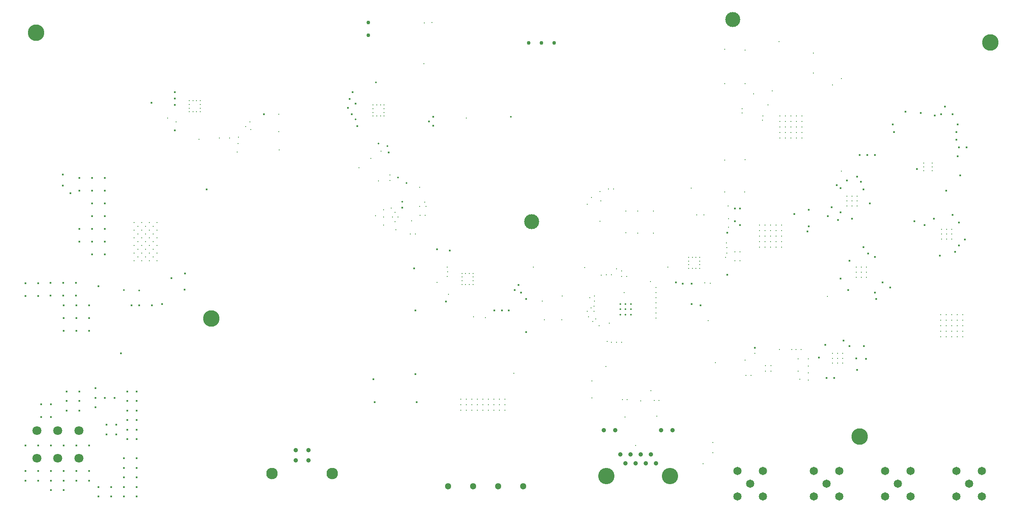
<source format=gbr>
%TF.GenerationSoftware,Altium Limited,Altium Designer,23.11.1 (41)*%
G04 Layer_Color=0*
%FSLAX45Y45*%
%MOMM*%
%TF.SameCoordinates,5B37CA9A-06B1-4671-AC7C-9F047A950D05*%
%TF.FilePolarity,Positive*%
%TF.FileFunction,Plated,1,14,PTH,Drill*%
%TF.Part,Single*%
G01*
G75*
%TA.AperFunction,ComponentDrill*%
%ADD288C,3.30000*%
%ADD289C,3.00000*%
%ADD290C,1.65000*%
%ADD291C,1.80340*%
%ADD292C,1.30000*%
%ADD293C,0.90000*%
%ADD294C,2.30000*%
%ADD295C,0.35000*%
%ADD296C,0.88900*%
%ADD297C,3.25120*%
%ADD298C,0.76200*%
%ADD299C,0.76200*%
%TA.AperFunction,ViaDrill,NotFilled*%
%ADD300C,0.38100*%
%ADD301C,0.30000*%
%ADD302C,0.15240*%
%ADD303C,0.25400*%
%ADD304C,0.35560*%
%ADD305C,0.20000*%
%ADD306C,0.30480*%
D288*
X16967200Y1447800D02*
D03*
X19574646Y9311709D02*
D03*
X533400Y9499600D02*
D03*
X4025798Y3806550D02*
D03*
D289*
X14438298Y9761666D02*
D03*
X10418298Y5731666D02*
D03*
D290*
X19151601Y507200D02*
D03*
X19405600Y761200D02*
D03*
Y253200D02*
D03*
X18897600D02*
D03*
Y761200D02*
D03*
X17729201Y508000D02*
D03*
X17983200Y762000D02*
D03*
Y254000D02*
D03*
X17475200D02*
D03*
Y762000D02*
D03*
X16306799Y508000D02*
D03*
X16560800Y762000D02*
D03*
Y254000D02*
D03*
X16052800D02*
D03*
Y762000D02*
D03*
X14782800Y508000D02*
D03*
X15036800Y762000D02*
D03*
Y254000D02*
D03*
X14528799D02*
D03*
Y762000D02*
D03*
D291*
X545200Y1017050D02*
D03*
X965200D02*
D03*
X1385200D02*
D03*
X545200Y1567050D02*
D03*
X965200D02*
D03*
X1385200D02*
D03*
D292*
X8749600Y457200D02*
D03*
X9249600D02*
D03*
X9749600D02*
D03*
X10249600D02*
D03*
D293*
X5967000Y1181200D02*
D03*
X5717000D02*
D03*
X5967000Y981200D02*
D03*
X5717000D02*
D03*
D294*
X5240000Y711200D02*
D03*
X6444000D02*
D03*
D295*
X12400600Y4095600D02*
D03*
Y3988600D02*
D03*
Y3881600D02*
D03*
X12293600Y4095600D02*
D03*
Y3988600D02*
D03*
Y3881600D02*
D03*
X12186600Y4095600D02*
D03*
Y3988600D02*
D03*
Y3881600D02*
D03*
D296*
X13004800Y1574800D02*
D03*
X12090400D02*
D03*
X13233400D02*
D03*
X12192000Y1092200D02*
D03*
X12395200D02*
D03*
X12598400D02*
D03*
X12801601D02*
D03*
X12293600Y914400D02*
D03*
X12496800D02*
D03*
X12700000D02*
D03*
X12903200D02*
D03*
X11861800Y1574800D02*
D03*
D297*
X11912600Y660400D02*
D03*
X13182600D02*
D03*
D298*
X7162800Y9702800D02*
D03*
Y9448800D02*
D03*
D299*
X10871200Y9296400D02*
D03*
X10363200D02*
D03*
X10617200D02*
D03*
D300*
X2222500Y3111500D02*
D03*
X571500Y4254500D02*
D03*
Y4508500D02*
D03*
X317500Y4254500D02*
D03*
Y4508500D02*
D03*
X1079500Y3810000D02*
D03*
Y3556000D02*
D03*
Y4064000D02*
D03*
X817791Y4517800D02*
D03*
Y4263800D02*
D03*
X1325791Y4517800D02*
D03*
X1071791D02*
D03*
X1325791Y4263800D02*
D03*
X1071791D02*
D03*
X1587500Y4064000D02*
D03*
X1333500D02*
D03*
X1587500Y3556000D02*
D03*
Y3810000D02*
D03*
X1333500Y3556000D02*
D03*
Y3810000D02*
D03*
X1219200Y6299200D02*
D03*
X1778000Y4445000D02*
D03*
X1905000Y5080000D02*
D03*
X1651000D02*
D03*
Y6096000D02*
D03*
Y5842000D02*
D03*
Y5588000D02*
D03*
X1905000Y6096000D02*
D03*
Y5842000D02*
D03*
Y5588000D02*
D03*
X1397000D02*
D03*
X1905000Y5334000D02*
D03*
X1651000D02*
D03*
X1397000D02*
D03*
Y6350000D02*
D03*
X1651000D02*
D03*
X1905000D02*
D03*
X1397000Y6604000D02*
D03*
X1651000D02*
D03*
X1905000D02*
D03*
X15661127Y5889671D02*
D03*
X15925800Y5537200D02*
D03*
X15951199Y5638800D02*
D03*
Y5969000D02*
D03*
X16332201Y5842000D02*
D03*
X16408400Y6019800D02*
D03*
X16510736Y6461760D02*
D03*
X16535400Y5765800D02*
D03*
X16814799Y5791200D02*
D03*
X16586200Y5918200D02*
D03*
Y6400800D02*
D03*
X16713200Y6553200D02*
D03*
X16992599Y6527800D02*
D03*
X16916400Y6629400D02*
D03*
X17170399Y6096000D02*
D03*
X17043401Y6375400D02*
D03*
X18872200Y5130800D02*
D03*
X18059399Y5740400D02*
D03*
X18262601Y5664200D02*
D03*
X18567400Y5054600D02*
D03*
X18948399Y5257800D02*
D03*
X19067780Y5377180D02*
D03*
X18948399Y5715000D02*
D03*
X18821400Y5867400D02*
D03*
X18449211Y5796400D02*
D03*
X18465800Y7848600D02*
D03*
X18592799Y7874000D02*
D03*
X18821400D02*
D03*
X17627600Y7670800D02*
D03*
X17653000Y7518400D02*
D03*
X18186400Y7899400D02*
D03*
X17881599Y7924800D02*
D03*
X18694400Y6350000D02*
D03*
X18110201Y6781800D02*
D03*
X18973801Y6654800D02*
D03*
X18923000Y7035800D02*
D03*
X19100800Y7213600D02*
D03*
X18948399D02*
D03*
X18897600Y7366000D02*
D03*
Y7518400D02*
D03*
X18923000Y7670800D02*
D03*
X18669000Y8026400D02*
D03*
X17272000Y5029200D02*
D03*
X17043401Y5224780D02*
D03*
X17136404Y5096805D02*
D03*
X16764000Y4953000D02*
D03*
X17576801Y4419600D02*
D03*
X17424400Y4521200D02*
D03*
X17272000Y4318000D02*
D03*
X16586200Y4597400D02*
D03*
X16738600Y4368800D02*
D03*
X17297400Y4191000D02*
D03*
X16648198Y3367002D02*
D03*
X16154401Y3022600D02*
D03*
X16306799Y2616200D02*
D03*
X16459998Y2616998D02*
D03*
X16913206Y2784135D02*
D03*
X17094200Y2997200D02*
D03*
X17052296Y3251200D02*
D03*
X16901402Y3012198D02*
D03*
X16764000Y3251200D02*
D03*
X16281400Y3276600D02*
D03*
X8534400Y5181600D02*
D03*
X8788400Y5156200D02*
D03*
X8712200Y4140200D02*
D03*
X7264400Y2590800D02*
D03*
X7289800Y2133600D02*
D03*
X8128000D02*
D03*
X8102600Y2692400D02*
D03*
X8075400Y4802400D02*
D03*
X8102600Y3962400D02*
D03*
X9829800D02*
D03*
X9677400D02*
D03*
X9964400Y3962059D02*
D03*
X10312400Y3530600D02*
D03*
Y4191000D02*
D03*
X10210800Y4318000D02*
D03*
X10083800Y4376000D02*
D03*
X10160000Y4470400D02*
D03*
X13792200Y4064000D02*
D03*
X14478000Y5994400D02*
D03*
X14579601D02*
D03*
Y5664200D02*
D03*
X14478000Y5740400D02*
D03*
X14325600Y5511800D02*
D03*
Y4673600D02*
D03*
X13302000Y4523627D02*
D03*
X13614400Y4089400D02*
D03*
X13435201Y4499200D02*
D03*
X13614400Y4495800D02*
D03*
X6832600Y7874000D02*
D03*
X6937790Y7641810D02*
D03*
X8458200Y7645400D02*
D03*
Y7823200D02*
D03*
X8371790Y7731810D02*
D03*
X7569200Y7112000D02*
D03*
X6784810Y8181810D02*
D03*
X6904707Y8091810D02*
D03*
X6756400Y8001000D02*
D03*
X6846990Y8316810D02*
D03*
X7837408Y6016679D02*
D03*
X3937000Y6375400D02*
D03*
X2844800Y4064000D02*
D03*
X3048000Y4089400D02*
D03*
X3493810Y4382810D02*
D03*
X3501390Y4702810D02*
D03*
X3235706Y4607306D02*
D03*
X2438400Y4064000D02*
D03*
X2585806Y4068994D02*
D03*
X3302000Y7556500D02*
D03*
X2832540Y8103040D02*
D03*
X3302000Y8064500D02*
D03*
Y8318500D02*
D03*
Y8191500D02*
D03*
X5080000Y7874000D02*
D03*
X14876781Y3220720D02*
D03*
X17119600Y7061200D02*
D03*
X17270139Y7067129D02*
D03*
X16967200Y7061200D02*
D03*
X1066800Y6671060D02*
D03*
Y6451600D02*
D03*
X2129040Y1683967D02*
D03*
Y1493467D02*
D03*
X1938540D02*
D03*
Y1683967D02*
D03*
X1397000Y2349500D02*
D03*
Y2159000D02*
D03*
Y1968500D02*
D03*
X1143000Y2349500D02*
D03*
Y2159000D02*
D03*
Y1968500D02*
D03*
X1333500Y1270000D02*
D03*
X1587500D02*
D03*
X825500D02*
D03*
X1079500D02*
D03*
X317500D02*
D03*
X571500D02*
D03*
Y762000D02*
D03*
X317500D02*
D03*
X635000Y1841500D02*
D03*
Y2095500D02*
D03*
X825500Y1841500D02*
D03*
Y2095500D02*
D03*
X571500Y571500D02*
D03*
X317500D02*
D03*
X825500Y381000D02*
D03*
X1079500D02*
D03*
X1587500Y571500D02*
D03*
X1333500D02*
D03*
X1079500D02*
D03*
X825500D02*
D03*
Y762000D02*
D03*
X1079500D02*
D03*
X1333500D02*
D03*
X1587500D02*
D03*
X1905000Y2222500D02*
D03*
X2349500Y1587500D02*
D03*
Y1778000D02*
D03*
X2095500Y2222500D02*
D03*
X2349500Y1397000D02*
D03*
X1714500Y2032000D02*
D03*
X2540000Y1016000D02*
D03*
X2286000D02*
D03*
X2540000Y825500D02*
D03*
X2286000D02*
D03*
X2540000Y635000D02*
D03*
X2286000D02*
D03*
X2540000Y444500D02*
D03*
X2286000D02*
D03*
X2032000D02*
D03*
X1778000D02*
D03*
Y254000D02*
D03*
X2032000D02*
D03*
X2286000D02*
D03*
X2540000D02*
D03*
X1714500Y2222500D02*
D03*
Y2413000D02*
D03*
X2540000Y2349500D02*
D03*
X2349500D02*
D03*
Y2159000D02*
D03*
Y1968500D02*
D03*
X2540000Y1397000D02*
D03*
Y1587500D02*
D03*
Y1778000D02*
D03*
Y1968500D02*
D03*
Y2159000D02*
D03*
D301*
X18416400Y6751400D02*
D03*
Y6829400D02*
D03*
Y6907400D02*
D03*
X18244400D02*
D03*
Y6829400D02*
D03*
Y6751400D02*
D03*
X7477600Y7915310D02*
D03*
Y7988310D02*
D03*
Y8061810D02*
D03*
X7331065Y7841770D02*
D03*
X7404065D02*
D03*
X7477565D02*
D03*
X7257400Y7915310D02*
D03*
Y7841810D02*
D03*
Y7988310D02*
D03*
Y8061810D02*
D03*
X7331100D02*
D03*
X7404100D02*
D03*
X13555200Y4951600D02*
D03*
Y4878600D02*
D03*
Y4804900D02*
D03*
X13628700D02*
D03*
X13775200D02*
D03*
X13701700D02*
D03*
X13775240Y5025065D02*
D03*
Y4951565D02*
D03*
Y4878565D02*
D03*
X13555200Y5025100D02*
D03*
X13628700D02*
D03*
X13701700D02*
D03*
X3810035Y7998340D02*
D03*
Y8071339D02*
D03*
Y8144839D02*
D03*
X3663500Y7924800D02*
D03*
X3736500D02*
D03*
X3810000D02*
D03*
X3589835Y7998340D02*
D03*
Y7924840D02*
D03*
Y8071339D02*
D03*
Y8144839D02*
D03*
X3663535D02*
D03*
X3736535D02*
D03*
X17097539Y4627652D02*
D03*
X16997539D02*
D03*
Y4827652D02*
D03*
X16897539D02*
D03*
Y4627652D02*
D03*
Y4727652D02*
D03*
X16997539D02*
D03*
X17097539Y4827652D02*
D03*
Y4727652D02*
D03*
X9249500Y4559500D02*
D03*
Y4632500D02*
D03*
Y4706000D02*
D03*
X9102965Y4485960D02*
D03*
X9175965D02*
D03*
X9249465D02*
D03*
X9029300Y4559500D02*
D03*
Y4486000D02*
D03*
Y4632500D02*
D03*
Y4706000D02*
D03*
X9103000D02*
D03*
X9176000D02*
D03*
D302*
X10117598Y7421102D02*
D03*
X8892588Y5778500D02*
D03*
Y6944360D02*
D03*
X8623300Y5664200D02*
D03*
X13849350Y3651250D02*
D03*
X14452600Y3505200D02*
D03*
X3500540Y8618640D02*
D03*
X3884835Y7456265D02*
D03*
X4102100Y7137400D02*
D03*
X4038600D02*
D03*
Y7366000D02*
D03*
X4102100D02*
D03*
X10797540Y8054340D02*
D03*
X10795000Y7733050D02*
D03*
X10317500Y7739400D02*
D03*
X9873902Y6879987D02*
D03*
X9954225Y7315200D02*
D03*
X10051413Y7043810D02*
D03*
X9830678Y7144142D02*
D03*
X9391480Y7243216D02*
D03*
X10198082Y7034285D02*
D03*
X9131300Y7142480D02*
D03*
X9302750Y7245350D02*
D03*
X8986520Y6172200D02*
D03*
X9024620Y6456680D02*
D03*
X8968740Y6804660D02*
D03*
X8950960Y6901180D02*
D03*
X10184939Y7135321D02*
D03*
X10064750Y7410450D02*
D03*
X9810750Y7374890D02*
D03*
X9645650Y7263130D02*
D03*
X9552618Y7264400D02*
D03*
X9555480Y7493000D02*
D03*
X9633933Y7042163D02*
D03*
X9987280Y7470140D02*
D03*
X9761220Y7518400D02*
D03*
X9311640Y7439660D02*
D03*
X9123680Y7203440D02*
D03*
X9552618Y7043020D02*
D03*
X9093200Y6197600D02*
D03*
X10039980Y6479987D02*
D03*
X10124458Y6479987D02*
D03*
X12446000Y6756400D02*
D03*
X11945620Y3863340D02*
D03*
X13137086Y6641132D02*
D03*
X13051463Y6655510D02*
D03*
X13103860Y6261100D02*
D03*
X12999977Y6374126D02*
D03*
X12899977Y6400996D02*
D03*
X13195300Y6351009D02*
D03*
X13151463Y6755510D02*
D03*
X12799977Y6390026D02*
D03*
X12458700Y6654800D02*
D03*
X12851129Y6840967D02*
D03*
X12755880Y6945630D02*
D03*
X12338100Y6642100D02*
D03*
X12748260Y7147560D02*
D03*
X12651184Y6950202D02*
D03*
X12649200Y6748780D02*
D03*
X12544454Y6751474D02*
D03*
Y6851474D02*
D03*
X13251463Y6755510D02*
D03*
X13048489Y6844464D02*
D03*
X13251463Y6955510D02*
D03*
Y6855510D02*
D03*
X13451463Y6755510D02*
D03*
X13551463D02*
D03*
X13444453Y6851474D02*
D03*
X13351463Y6855510D02*
D03*
Y6655510D02*
D03*
X13155499Y6948500D02*
D03*
X13351463Y7055510D02*
D03*
X13251463Y7155510D02*
D03*
X13749020Y8549640D02*
D03*
X13545821Y8839200D02*
D03*
X12750800Y8750300D02*
D03*
X12951460Y8549640D02*
D03*
X13251180D02*
D03*
X13548360Y8651240D02*
D03*
X13654865Y8449135D02*
D03*
X13540286Y8458200D02*
D03*
X13645090Y8550839D02*
D03*
Y8950839D02*
D03*
X13749126Y8945099D02*
D03*
X13645090Y8750839D02*
D03*
X13650829Y8654875D02*
D03*
X13549126Y8745099D02*
D03*
X13545090Y8950839D02*
D03*
Y9050839D02*
D03*
X13650829Y7654875D02*
D03*
X13345090Y7750839D02*
D03*
X13454865Y7549135D02*
D03*
X13345090Y7550839D02*
D03*
X13245090D02*
D03*
X13049126Y7645099D02*
D03*
Y7845099D02*
D03*
X13050830Y7954875D02*
D03*
X12750829Y8154875D02*
D03*
X12850830D02*
D03*
X12745089Y8250839D02*
D03*
X12849126Y8245099D02*
D03*
X12954053Y8259088D02*
D03*
X13454865Y7849135D02*
D03*
X13245090Y7950839D02*
D03*
X13145090Y8050839D02*
D03*
X13045090D02*
D03*
X13254865Y8249135D02*
D03*
X13049126Y8245099D02*
D03*
X13145090Y8250839D02*
D03*
X13045090Y8850839D02*
D03*
X13157201Y8851900D02*
D03*
X12945090Y8850839D02*
D03*
Y8650839D02*
D03*
X13150830Y8654875D02*
D03*
X13245090Y8450839D02*
D03*
X13354865Y8149135D02*
D03*
X13450830Y8254875D02*
D03*
X13350830Y8354875D02*
D03*
X13151974Y8932649D02*
D03*
X13045090Y8750839D02*
D03*
X13044455Y8637305D02*
D03*
X12947981Y8932645D02*
D03*
X12845090Y8550839D02*
D03*
X12745089D02*
D03*
X12945090Y8450839D02*
D03*
X13049126Y8445099D02*
D03*
X13054865Y8949135D02*
D03*
X13249126Y8745099D02*
D03*
X13145090Y8750839D02*
D03*
X13249126Y8645099D02*
D03*
X13445090Y8850839D02*
D03*
Y8750839D02*
D03*
X13350830Y8654875D02*
D03*
X13450830D02*
D03*
X13449126Y8545099D02*
D03*
X13550830Y8554875D02*
D03*
X13450830Y8454875D02*
D03*
X13354865Y8449135D02*
D03*
X13049126Y8345099D02*
D03*
X13149126D02*
D03*
X13144501Y8547100D02*
D03*
X13149126Y8445099D02*
D03*
X12650469Y8552497D02*
D03*
Y8651987D02*
D03*
X12651572Y8753600D02*
D03*
X12848489Y8644464D02*
D03*
X12851463Y8755510D02*
D03*
X12549977Y8870475D02*
D03*
X12553490Y8953500D02*
D03*
X12152864Y8547100D02*
D03*
X11950982Y8548700D02*
D03*
X13151463Y6855510D02*
D03*
X13055499Y6948500D02*
D03*
Y6748500D02*
D03*
X12852400Y6350000D02*
D03*
X12848489Y6744464D02*
D03*
X12738100Y6642100D02*
D03*
X12740482Y6844528D02*
D03*
X11950700Y8648700D02*
D03*
X11849100Y7861300D02*
D03*
X11751464Y7855510D02*
D03*
X12052300Y7556500D02*
D03*
X12966701Y7251700D02*
D03*
X13150850Y7143750D02*
D03*
X13244453Y7651474D02*
D03*
X13551463Y7655510D02*
D03*
X13550900Y7848600D02*
D03*
X13347701Y7937500D02*
D03*
X13356064Y8255000D02*
D03*
X13235141Y8346187D02*
D03*
X12351464Y7455510D02*
D03*
X12700000Y6376409D02*
D03*
X12955499Y6648500D02*
D03*
X12943840Y6555740D02*
D03*
X12855499Y6648500D02*
D03*
X12748490Y6744464D02*
D03*
X12944453Y6751474D02*
D03*
X12948489Y6844464D02*
D03*
X12959081Y7045960D02*
D03*
X12448490Y8244464D02*
D03*
X12348490Y7744464D02*
D03*
X13844453Y6551474D02*
D03*
X13551463Y6655510D02*
D03*
X13544453Y6851474D02*
D03*
X13851463Y7055510D02*
D03*
X13544453Y7251474D02*
D03*
X12951463Y6955510D02*
D03*
X13251463Y7355510D02*
D03*
X13744450Y7851471D02*
D03*
X13744453Y8251474D02*
D03*
Y8651474D02*
D03*
X13848489Y8944464D02*
D03*
X13348489Y8844464D02*
D03*
X12451464Y8655510D02*
D03*
X12655500Y8848500D02*
D03*
X12255500D02*
D03*
X12251464Y8955510D02*
D03*
X11444454Y7851474D02*
D03*
X12048490Y7744464D02*
D03*
Y7244464D02*
D03*
X12247880Y6855460D02*
D03*
X11851640Y6405880D02*
D03*
X12538098Y6942099D02*
D03*
X13544453Y7051474D02*
D03*
X13751463Y6655510D02*
D03*
X12037660Y7055410D02*
D03*
X11871960Y7056120D02*
D03*
X11841480Y6944360D02*
D03*
X11936310Y7053580D02*
D03*
X11736345Y6745245D02*
D03*
X11744960Y6845881D02*
D03*
X11561911Y6636851D02*
D03*
X12551464Y7155510D02*
D03*
X12544454Y7251474D02*
D03*
X13051463Y7155510D02*
D03*
X13151463Y7355510D02*
D03*
X13851463Y6855510D02*
D03*
X13051463Y8555510D02*
D03*
X13451463Y8355510D02*
D03*
Y8155510D02*
D03*
X13351463Y8055510D02*
D03*
X13651463Y7855510D02*
D03*
X13744453Y8051474D02*
D03*
X13651463Y8355510D02*
D03*
X13744453Y8451474D02*
D03*
X13771523Y9238563D02*
D03*
X13461313Y9234527D02*
D03*
X13748489Y8744464D02*
D03*
X13344453Y8551474D02*
D03*
Y8751474D02*
D03*
X13246100Y8851900D02*
D03*
X11645900Y9105900D02*
D03*
X11988800Y9093200D02*
D03*
X11849100Y7442200D02*
D03*
X12052300Y7645400D02*
D03*
X12151464Y6655510D02*
D03*
X13455499Y6948500D02*
D03*
X13351463Y6955510D02*
D03*
X13451463Y7355510D02*
D03*
X13655499Y7348500D02*
D03*
X13748489Y7344464D02*
D03*
X13744453Y7251474D02*
D03*
X13551463Y7555510D02*
D03*
X13748489Y7544464D02*
D03*
X12455500Y7648500D02*
D03*
X12451464Y7455510D02*
D03*
X12555500Y7448500D02*
D03*
X12755500Y7348500D02*
D03*
X12648490Y7544464D02*
D03*
X12655500Y7448500D02*
D03*
X12555500Y7648500D02*
D03*
X12651464Y7655510D02*
D03*
X12855499Y7548500D02*
D03*
X12751464Y7755510D02*
D03*
X12748490Y7644464D02*
D03*
X12751464Y7555510D02*
D03*
X12748490Y7444464D02*
D03*
X12955499Y7348500D02*
D03*
X12951463Y7555510D02*
D03*
X13051463D02*
D03*
Y7755510D02*
D03*
X12844453Y7751474D02*
D03*
Y7651474D02*
D03*
X13155499Y7748500D02*
D03*
X13148486Y7844461D02*
D03*
X13048489Y8144464D02*
D03*
X12948489Y8044464D02*
D03*
X12844453Y8451474D02*
D03*
X12855499Y8348500D02*
D03*
X12744454Y8651474D02*
D03*
X12949277Y8750987D02*
D03*
X12748490Y8844464D02*
D03*
X12455500Y8848500D02*
D03*
X12548490Y8544464D02*
D03*
X12244454Y8451474D02*
D03*
X12348490Y8444464D02*
D03*
X11955500Y8448500D02*
D03*
X12255500Y8648500D02*
D03*
X11455500Y8948500D02*
D03*
X12051464Y8955510D02*
D03*
X11744454Y8951474D02*
D03*
X11555500Y8748500D02*
D03*
X11648490Y8744464D02*
D03*
X11848490Y8644464D02*
D03*
X11644454Y8651474D02*
D03*
X11551464Y8655510D02*
D03*
X11648490Y8344464D02*
D03*
X11551464Y8055510D02*
D03*
Y8255510D02*
D03*
X11555500Y8348500D02*
D03*
X11755500Y8248500D02*
D03*
X12048490Y8344464D02*
D03*
X11948490Y8244464D02*
D03*
X11951464Y8055510D02*
D03*
X11848489Y8144461D02*
D03*
X12251464Y8155510D02*
D03*
X12451464D02*
D03*
X12848489Y8044464D02*
D03*
X12544454Y8151474D02*
D03*
X12651464Y8055510D02*
D03*
X12951463Y7855510D02*
D03*
X12848489Y7844464D02*
D03*
X12955499Y7948500D02*
D03*
X12855499D02*
D03*
X12648490Y7944464D02*
D03*
X12448490D02*
D03*
X12248490D02*
D03*
X12348490D02*
D03*
X12348488Y7844461D02*
D03*
X12447627Y7849287D02*
D03*
X12755500Y7848500D02*
D03*
X12655500D02*
D03*
X12544454Y7851474D02*
D03*
X12648490Y7744464D02*
D03*
X12544454Y7751474D02*
D03*
X12555500Y7548500D02*
D03*
X12248490Y7544464D02*
D03*
X12455500Y7548500D02*
D03*
X12344454Y7551474D02*
D03*
X12153900Y7353300D02*
D03*
X12151464Y7055510D02*
D03*
X12255500Y7048500D02*
D03*
X11031220Y6859940D02*
D03*
X11644555D02*
D03*
X11843461Y7556500D02*
D03*
X11699977Y6388100D02*
D03*
X9721295Y7039987D02*
D03*
X9588500Y7543800D02*
D03*
X9563100Y6642100D02*
D03*
X9859010Y6160770D02*
D03*
X7551358Y6167058D02*
D03*
X8394700Y6629400D02*
D03*
X8502650Y6686550D02*
D03*
X8540750Y7245350D02*
D03*
X8451850Y7232650D02*
D03*
X8540750Y7004050D02*
D03*
X8451850D02*
D03*
X8890000Y5664200D02*
D03*
X9004300Y7505700D02*
D03*
X9931400Y7785100D02*
D03*
X9817100D02*
D03*
X8636000Y7366000D02*
D03*
Y7023100D02*
D03*
X8648700Y6680200D02*
D03*
X8623300Y6565900D02*
D03*
Y6451600D02*
D03*
Y6337300D02*
D03*
Y6223000D02*
D03*
Y6108700D02*
D03*
Y5994400D02*
D03*
Y5880100D02*
D03*
Y5778500D02*
D03*
X10199980Y6559987D02*
D03*
X10119980D02*
D03*
X10039980D02*
D03*
X9873902Y6959324D02*
D03*
X9786714Y6879987D02*
D03*
X9067800Y7505700D02*
D03*
X9182100Y7480300D02*
D03*
X9098262Y6443962D02*
D03*
X9029700Y6527800D02*
D03*
X8890000Y6565900D02*
D03*
X9486900Y6642100D02*
D03*
X9478377Y6558669D02*
D03*
X9563100Y6564378D02*
D03*
X9601200Y6832600D02*
D03*
X9194800Y7023100D02*
D03*
X9931400Y7506896D02*
D03*
X10048258Y6959714D02*
D03*
X9957296Y6959987D02*
D03*
X9964438Y6883042D02*
D03*
X10353642Y6774780D02*
D03*
X9894792Y6692834D02*
D03*
X10846853Y6582193D02*
D03*
X10303434Y6821496D02*
D03*
X10896600Y6629400D02*
D03*
X9826239Y6694767D02*
D03*
X9017000Y6888480D02*
D03*
Y6819900D02*
D03*
X9004300Y7162801D02*
D03*
X9283700Y7099300D02*
D03*
X9389987Y7041553D02*
D03*
X9479979Y6477354D02*
D03*
X9245600Y7518400D02*
D03*
X9471302Y7040571D02*
D03*
X9817100Y7543800D02*
D03*
X9702800D02*
D03*
X9474200D02*
D03*
X9359900D02*
D03*
X11744555Y6960656D02*
D03*
X11760646Y7055410D02*
D03*
X11353800Y6197600D02*
D03*
X9634914Y6965052D02*
D03*
X9559980D02*
D03*
X9639979Y6878671D02*
D03*
X9479980Y6965052D02*
D03*
X9483729Y6883737D02*
D03*
X9398000Y6484620D02*
D03*
X9396899Y6402239D02*
D03*
X9489459Y6398860D02*
D03*
X9641849Y6399948D02*
D03*
X9745980Y6307045D02*
D03*
X10083833Y6778660D02*
D03*
X11546840Y7150100D02*
D03*
X11549978Y7049986D02*
D03*
X10180466Y6843350D02*
D03*
X11449977Y7049986D02*
D03*
X10185530Y6774957D02*
D03*
X11541760Y6957060D02*
D03*
X10993120Y6827538D02*
D03*
X11541660Y7256163D02*
D03*
X11048475Y7022920D02*
D03*
X10195560Y6972300D02*
D03*
X11640820Y7259320D02*
D03*
X11666220Y6951980D02*
D03*
X11646037Y7050903D02*
D03*
X11442869Y6553031D02*
D03*
X11849100Y7243025D02*
D03*
X11239500Y7394734D02*
D03*
X10857359Y7240140D02*
D03*
X9697474Y6400370D02*
D03*
X10623207Y6873288D02*
D03*
X10607040Y7129780D02*
D03*
X11236912Y6982460D02*
D03*
X10076180Y6683412D02*
D03*
X10284460Y7043420D02*
D03*
X10363200Y7038340D02*
D03*
X10283999Y7135321D02*
D03*
X10345420Y7139940D02*
D03*
X10502900Y7142480D02*
D03*
X10426700Y7137400D02*
D03*
X10119980Y7039985D02*
D03*
X10432010Y7039957D02*
D03*
X10515600Y7030720D02*
D03*
X10997852Y7069185D02*
D03*
X10850880Y7099950D02*
D03*
X11742420Y7163775D02*
D03*
X11655400Y7139318D02*
D03*
X10777220Y6507480D02*
D03*
X10195987Y6402664D02*
D03*
X10279980D02*
D03*
X11163300Y6573520D02*
D03*
X10590887Y6482671D02*
D03*
X10359980Y6401356D02*
D03*
Y6482671D02*
D03*
X10592658Y6400863D02*
D03*
X10359982Y6565892D02*
D03*
X10442235Y6565295D02*
D03*
X9799320Y6479540D02*
D03*
X9878060Y6398260D02*
D03*
X11744960Y7251100D02*
D03*
X9719979Y6879987D02*
D03*
X10124458Y6402664D02*
D03*
X10439980D02*
D03*
X10515600Y6403322D02*
D03*
X10279811Y6484638D02*
D03*
X9639300Y6477000D02*
D03*
X9720580Y6479540D02*
D03*
X9879983Y6479987D02*
D03*
X9884912Y6555140D02*
D03*
X11851040Y6850380D02*
D03*
X11442759Y6460656D02*
D03*
X10251440Y6789420D02*
D03*
X9786714Y6963729D02*
D03*
X11328400Y7645418D02*
D03*
X11303000Y7454900D02*
D03*
X11955780Y7155180D02*
D03*
X11845459Y7158821D02*
D03*
X11449977Y7649986D02*
D03*
X11549978Y7649986D02*
D03*
X10807700Y7302500D02*
D03*
X11645900Y6731000D02*
D03*
X9791700Y6667500D02*
D03*
X9720355Y6959987D02*
D03*
X10039979Y6402664D02*
D03*
X12146002Y7250431D02*
D03*
X11544300Y6553200D02*
D03*
X11539308Y6844564D02*
D03*
X9559980Y6399987D02*
D03*
X11345290Y6845300D02*
D03*
X10199980Y6479987D02*
D03*
X11445290Y6845300D02*
D03*
X11252200Y7696200D02*
D03*
X11751690Y7554064D02*
D03*
X11545900Y7551700D02*
D03*
X11549978Y7449986D02*
D03*
X11449978D02*
D03*
X11954055Y7448274D02*
D03*
X11948264Y7345910D02*
D03*
X11851690Y7354064D02*
D03*
X11751690D02*
D03*
X5080000Y9499600D02*
D03*
D303*
X8534400Y4521200D02*
D03*
X13604160Y6399987D02*
D03*
X15360304Y9326880D02*
D03*
X5384800Y7162800D02*
D03*
X5372100Y7531100D02*
D03*
Y7874000D02*
D03*
X4546600Y7124700D02*
D03*
X4559300Y7289800D02*
D03*
X4572000Y7416800D02*
D03*
X4394200Y7404100D02*
D03*
X4191000D02*
D03*
X4711700Y7632700D02*
D03*
X4813300Y7569200D02*
D03*
X4800600Y7721600D02*
D03*
X15773399Y2590800D02*
D03*
X15735300Y2755900D02*
D03*
Y2997200D02*
D03*
X15938499D02*
D03*
Y2857500D02*
D03*
Y2717800D02*
D03*
Y2578100D02*
D03*
X14681200Y2971800D02*
D03*
X14693900Y2667000D02*
D03*
X14795500D02*
D03*
X14876781Y3108029D02*
D03*
X15367000Y3187700D02*
D03*
X15608299D02*
D03*
X15798801D02*
D03*
X15697200D02*
D03*
X8432800Y9702800D02*
D03*
X16319501Y4241800D02*
D03*
X16598900Y6743700D02*
D03*
X14350999Y5791200D02*
D03*
X14084300Y2921000D02*
D03*
X13944600Y3759200D02*
D03*
X7416800Y7137400D02*
D03*
X7213108Y6997700D02*
D03*
X3327400Y7721600D02*
D03*
X3160610Y7799490D02*
D03*
X3784600Y7378700D02*
D03*
X11620500Y2222500D02*
D03*
X10061800Y2708500D02*
D03*
X10454640Y4826000D02*
D03*
X10634980Y4147820D02*
D03*
X10675620Y3779520D02*
D03*
X11026140D02*
D03*
X11031220Y4257040D02*
D03*
X11480800Y4823460D02*
D03*
X9494520Y3817620D02*
D03*
X9260840Y3839210D02*
D03*
X8735060Y4826000D02*
D03*
X8737940Y4646000D02*
D03*
X8742546Y4736000D02*
D03*
X8763315Y4286000D02*
D03*
X8276180Y9699400D02*
D03*
X8269380Y8886600D02*
D03*
X11582400Y4216400D02*
D03*
X12268600Y4317600D02*
D03*
X12848703Y5504200D02*
D03*
Y5943600D02*
D03*
X12052300Y6390339D02*
D03*
X11696700Y3797300D02*
D03*
X12540000Y5943600D02*
D03*
X11531600Y6083300D02*
D03*
X11785600Y6337300D02*
D03*
X11950700Y6386950D02*
D03*
X13716000Y5867400D02*
D03*
X14350999Y5626100D02*
D03*
X13138150Y4832350D02*
D03*
X14478000Y5130800D02*
D03*
X14579601D02*
D03*
X14478000Y4953000D02*
D03*
X14579601D02*
D03*
X14306551Y5314950D02*
D03*
X14312900Y5219700D02*
D03*
X14319250Y5111750D02*
D03*
X14293851Y5022850D02*
D03*
X13982700Y4508500D02*
D03*
X13874750Y4514850D02*
D03*
X13859898Y5867400D02*
D03*
X14338300Y6045200D02*
D03*
X14668500Y6324600D02*
D03*
X14274800D02*
D03*
X14681200Y6972300D02*
D03*
X14274800Y6959600D02*
D03*
X15024100Y7759700D02*
D03*
X15033200Y7845000D02*
D03*
X15138400Y8064500D02*
D03*
X14617700Y7899400D02*
D03*
Y7988300D02*
D03*
X14846300Y8280400D02*
D03*
X16421100Y8458200D02*
D03*
X16600951Y8587250D02*
D03*
X16043336Y8696264D02*
D03*
X16040100Y9093200D02*
D03*
X15218900Y8339600D02*
D03*
X14274800Y9169400D02*
D03*
X14681200Y9156700D02*
D03*
Y8483600D02*
D03*
X14274800D02*
D03*
X12301200Y5943600D02*
D03*
X12540000Y5506700D02*
D03*
X12301200Y5516900D02*
D03*
X11785600Y5740400D02*
D03*
X11798300Y6146800D02*
D03*
X12496800Y1270000D02*
D03*
X11607800Y4013200D02*
D03*
X11557000Y3835400D02*
D03*
X11636993Y3747787D02*
D03*
X11930497Y3345297D02*
D03*
X12214977Y3329823D02*
D03*
X12115800Y3327400D02*
D03*
X12014200D02*
D03*
X11808577Y4671177D02*
D03*
X11912600Y4673600D02*
D03*
X12014200D02*
D03*
X12217400Y4749800D02*
D03*
X12113377Y4798177D02*
D03*
X12214977Y4645777D02*
D03*
X12316577D02*
D03*
X12903200Y3810000D02*
D03*
Y3911600D02*
D03*
Y4013200D02*
D03*
Y4114800D02*
D03*
Y4216400D02*
D03*
Y4318000D02*
D03*
Y4419600D02*
D03*
X14033501Y1130300D02*
D03*
Y1333500D02*
D03*
X12801601Y2362200D02*
D03*
X13837920Y909320D02*
D03*
X12280900Y1841500D02*
D03*
X12915900Y1854200D02*
D03*
X12960350Y2171700D02*
D03*
X12871449D02*
D03*
X12236450Y2184400D02*
D03*
X12325350D02*
D03*
X12598400Y2159000D02*
D03*
X11625580Y2557780D02*
D03*
X11906250Y2851150D02*
D03*
X11672587Y4255787D02*
D03*
Y4154187D02*
D03*
X11667507Y4052587D02*
D03*
X11526520Y3947160D02*
D03*
X11662427Y3950987D02*
D03*
X11764127Y3664067D02*
D03*
X12793980Y4541520D02*
D03*
X11971020Y3708400D02*
D03*
X11611077Y6218657D02*
D03*
X6972300Y6807200D02*
D03*
X7360920Y6548120D02*
D03*
X7594600Y6553200D02*
D03*
Y6667500D02*
D03*
X7620000Y6007100D02*
D03*
X7302500Y5854700D02*
D03*
X7467600Y5829300D02*
D03*
Y5969000D02*
D03*
Y5664200D02*
D03*
X8292004Y5866304D02*
D03*
X8190404D02*
D03*
X8028805Y5755505D02*
D03*
X7708900Y5575300D02*
D03*
X8103808Y5487608D02*
D03*
X8002208D02*
D03*
X8286750Y6121400D02*
D03*
X8309784Y6036484D02*
D03*
X8182784D02*
D03*
X8188898Y6423598D02*
D03*
X9118600Y7797800D02*
D03*
X2484206Y5718810D02*
D03*
X2636606D02*
D03*
X2789006D02*
D03*
X2941406D02*
D03*
X2865206Y5642610D02*
D03*
X2560406D02*
D03*
X2941406Y5566410D02*
D03*
X2789006D02*
D03*
X2636606D02*
D03*
X2484206D02*
D03*
X2865206Y5490210D02*
D03*
X2560406D02*
D03*
X2941406Y5414010D02*
D03*
X2789006D02*
D03*
X2636606D02*
D03*
X2484206D02*
D03*
X2865206Y5337810D02*
D03*
X2560406D02*
D03*
X2941406Y5261610D02*
D03*
X2789006D02*
D03*
X2636606D02*
D03*
X2484206D02*
D03*
X2865206Y5185410D02*
D03*
X2712806D02*
D03*
X2560406D02*
D03*
X2941406Y5109210D02*
D03*
X2789006D02*
D03*
X2636606D02*
D03*
X2865206Y5033010D02*
D03*
X2712806D02*
D03*
X2941406Y4956810D02*
D03*
X2789006D02*
D03*
X2636606D02*
D03*
X2484206D02*
D03*
Y5109210D02*
D03*
X2560406Y5033010D02*
D03*
X2712806Y5642610D02*
D03*
Y5490210D02*
D03*
Y5337810D02*
D03*
D304*
X6908800Y7772400D02*
D03*
X7543800Y7239000D02*
D03*
X7366000Y7289800D02*
D03*
X7315200Y8509000D02*
D03*
X7924800Y6502400D02*
D03*
X7758295Y6618105D02*
D03*
X7837408Y6135608D02*
D03*
X2286000Y4368800D02*
D03*
X2585806Y4365317D02*
D03*
X10007600Y7825740D02*
D03*
D305*
X7697408Y5734796D02*
D03*
X7754908Y5829796D02*
D03*
X7639908D02*
D03*
X7697408Y5924796D02*
D03*
X15814799Y7400000D02*
D03*
X15704800D02*
D03*
X15594800D02*
D03*
X15484801D02*
D03*
X15374800D02*
D03*
X15814799Y7510000D02*
D03*
X15704800D02*
D03*
X15594800D02*
D03*
X15484801D02*
D03*
X15374800D02*
D03*
X15814799Y7620000D02*
D03*
X15704800D02*
D03*
X15594800D02*
D03*
X15484801D02*
D03*
X15374800D02*
D03*
X15814799Y7730000D02*
D03*
X15704800D02*
D03*
X15594800D02*
D03*
X15484801D02*
D03*
X15374800D02*
D03*
X15814799Y7840000D02*
D03*
X15704800D02*
D03*
X15594800D02*
D03*
X15484801D02*
D03*
X15374800D02*
D03*
X15193401Y2861700D02*
D03*
Y2751700D02*
D03*
X15083400Y2861700D02*
D03*
Y2751700D02*
D03*
X18584399Y3877600D02*
D03*
X18694400D02*
D03*
X18804401D02*
D03*
X18914400D02*
D03*
X19024400D02*
D03*
X18584399Y3767600D02*
D03*
X18694400D02*
D03*
X18804401D02*
D03*
X18914400D02*
D03*
X19024400D02*
D03*
X18584399Y3657600D02*
D03*
X18694400D02*
D03*
X18804401D02*
D03*
X18914400D02*
D03*
X19024400D02*
D03*
X18584399Y3547600D02*
D03*
X18694400D02*
D03*
X18804401D02*
D03*
X18914400D02*
D03*
X19024400D02*
D03*
X18584399Y3437600D02*
D03*
X18694400D02*
D03*
X18804401D02*
D03*
X18914400D02*
D03*
X19024400D02*
D03*
X15409200Y5228300D02*
D03*
X15299200D02*
D03*
X15189200D02*
D03*
X15079201D02*
D03*
X14969200D02*
D03*
X15409200Y5338300D02*
D03*
X15299200D02*
D03*
X15189200D02*
D03*
X15079201D02*
D03*
X14969200D02*
D03*
X15409200Y5448300D02*
D03*
X15299200D02*
D03*
X15189200D02*
D03*
X15079201D02*
D03*
X14969200D02*
D03*
X15409200Y5558300D02*
D03*
X15299200D02*
D03*
X15189200D02*
D03*
X15079201D02*
D03*
X14969200D02*
D03*
X15409200Y5668300D02*
D03*
X15299200D02*
D03*
X15189200D02*
D03*
X15079201D02*
D03*
X14969200D02*
D03*
X9008800Y1972800D02*
D03*
Y2082800D02*
D03*
Y2192800D02*
D03*
X9118800Y1972800D02*
D03*
Y2082800D02*
D03*
Y2192800D02*
D03*
X9228800Y1972800D02*
D03*
Y2082800D02*
D03*
Y2192800D02*
D03*
X9338800Y1972800D02*
D03*
Y2082800D02*
D03*
Y2192800D02*
D03*
X9448800Y1972800D02*
D03*
Y2082800D02*
D03*
Y2192800D02*
D03*
X9558800Y1972800D02*
D03*
Y2082800D02*
D03*
Y2192800D02*
D03*
X9668800Y1972800D02*
D03*
Y2082800D02*
D03*
Y2192800D02*
D03*
X9778800Y1972800D02*
D03*
Y2082800D02*
D03*
Y2192800D02*
D03*
X9888800Y1972800D02*
D03*
Y2082800D02*
D03*
Y2192800D02*
D03*
D306*
X18602800Y5586400D02*
D03*
Y5486400D02*
D03*
Y5386400D02*
D03*
X18702800D02*
D03*
Y5486400D02*
D03*
Y5586400D02*
D03*
X18802800D02*
D03*
Y5486400D02*
D03*
Y5386400D02*
D03*
X16424998Y2912198D02*
D03*
X16524998D02*
D03*
X16624998D02*
D03*
Y3012198D02*
D03*
X16524998D02*
D03*
X16424998D02*
D03*
Y3112198D02*
D03*
X16524998D02*
D03*
X16624998D02*
D03*
X16913200Y6046800D02*
D03*
Y6146800D02*
D03*
Y6246800D02*
D03*
X16813200D02*
D03*
Y6146800D02*
D03*
Y6046800D02*
D03*
X16713200D02*
D03*
Y6146800D02*
D03*
Y6246800D02*
D03*
%TF.MD5,994f959aa8880276924ecccbb6fc9f19*%
M02*

</source>
